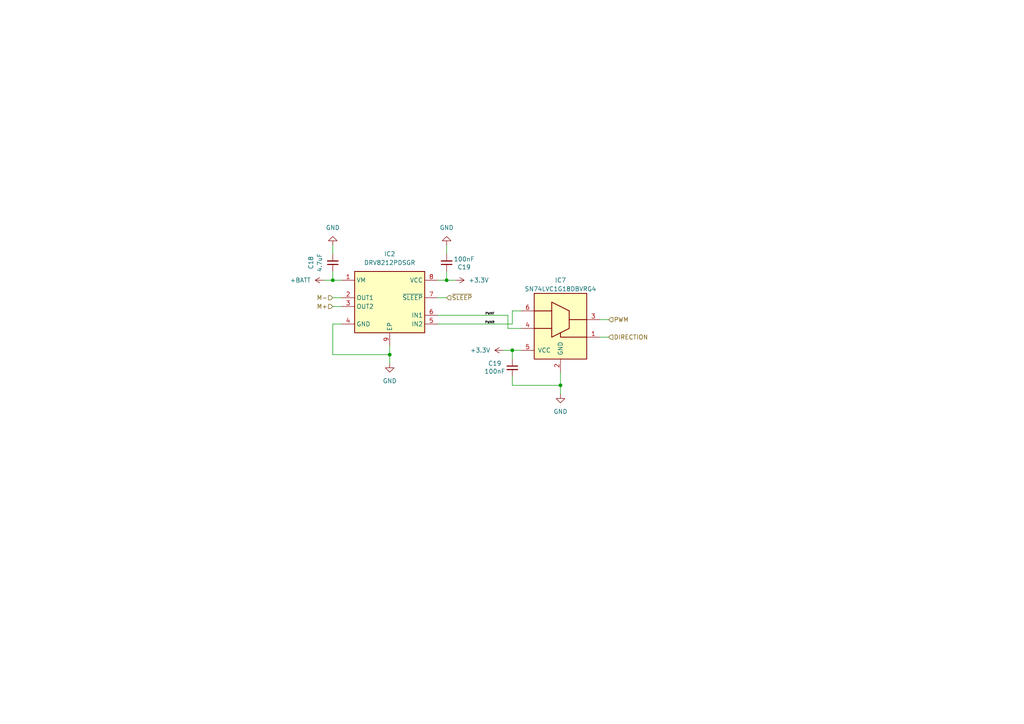
<source format=kicad_sch>
(kicad_sch (version 20231120) (generator "eeschema") (generator_version "8.0")
  (paper "A4")
  (lib_symbols
    (symbol "Device:C_Small" (pin_numbers hide) (pin_names (offset 0.254) hide)
      (property "Reference" "C" (at 0.254 1.778 0))
      (property "Value" "C_Small" (at 0.254 -2.032 0))
      (symbol "C_Small_0_1"
        (polyline (pts (xy -1.524 -0.508) (xy 1.524 -0.508)) (stroke (width 0.3302)))
        (polyline (pts (xy -1.524 0.508) (xy 1.524 0.508)) (stroke (width 0.3048)))
      )
      (symbol "C_Small_1_1"
        (pin passive line (at 0 2.54 270) (length 2.032) (name "~") (number "1"))
        (pin passive line (at 0 -2.54 90) (length 2.032) (name "~") (number "2"))
      )
    )
    (symbol "Samacsys_kicad_sym:DRV8212PDSGR"
      (property "Reference" "IC" (at -6.35 13.97 0))
      (property "Value" "DRV8212PDSGR" (at -6.35 11.43 0))
      (symbol "DRV8212PDSGR_1_1"
        (rectangle (start -10.16 8.89) (end 10.16 -8.89) (stroke (width 0.254)) (fill (type background)))
        (pin passive line (at -13.97 6.35 0) (length 3.81) (name "VM") (number "1"))
        (pin passive line (at -13.97 1.27 0) (length 3.81) (name "OUT1") (number "2"))
        (pin passive line (at -13.97 -1.27 0) (length 3.81) (name "OUT2") (number "3"))
        (pin passive line (at -13.97 -6.35 0) (length 3.81) (name "GND") (number "4"))
        (pin passive line (at 13.97 -6.35 180) (length 3.81) (name "IN2") (number "5"))
        (pin passive line (at 13.97 -3.81 180) (length 3.81) (name "IN1") (number "6"))
        (pin passive line (at 13.97 1.27 180) (length 3.81) (name "~{SLEEP}") (number "7"))
        (pin passive line (at 13.97 6.35 180) (length 3.81) (name "VCC") (number "8"))
        (pin passive line (at 0 -12.7 90) (length 3.81) (name "EP") (number "9"))
      )
    )
    (symbol "Samacsys_kicad_sym:SN74LVC1G18DBVRG4" (pin_names (offset 1.016))
      (property "Reference" "IC6" (at 0 11.43 0))
      (property "Value" "SN74LVC1G18DBVRG4" (at 0 8.89 0))
      (symbol "SN74LVC1G18DBVRG4_1_1"
        (rectangle (start -7.62 7.62) (end 7.62 -11.43) (stroke (width 0.254)) (fill (type background)))
        (polyline (pts (xy -7.62 0) (xy -2.54 0)) (stroke (width 0.254)))
        (polyline (pts (xy 2.54 -2.54) (xy 7.62 -2.54)) (stroke (width 0.254)))
        (polyline (pts (xy 2.54 2.54) (xy 7.62 2.54)) (stroke (width 0.254)))
        (polyline (pts (xy -7.62 -5.08) (xy 0 -5.08) (xy 0 -3.81)) (stroke (width 0.254)))
        (polyline (pts (xy -2.54 2.54) (xy -2.54 -2.54) (xy 2.54 -5.08) (xy 2.54 -1.27) (xy 2.54 0) (xy 2.54 1.27) (xy 2.54 5.08) (xy -2.54 2.54)) (stroke (width 0.254)) (fill (type background)))
        (pin passive line (at -11.43 -5.08 0) (length 3.81) (name "~") (number "1"))
        (pin passive line (at 0 -15.24 90) (length 3.81) (name "GND") (number "2"))
        (pin passive line (at -11.43 0 0) (length 3.81) (name "~") (number "3"))
        (pin passive line (at 11.43 -2.54 180) (length 3.81) (name "~") (number "4"))
        (pin passive line (at 11.43 -8.89 180) (length 3.81) (name "VCC") (number "5"))
        (pin passive line (at 11.43 2.54 180) (length 3.81) (name "~") (number "6"))
      )
    )
    (symbol "power:+3.3V" (power) (pin_names (offset 0))
      (property "Value" "+3.3V" (at 0 3.556 0))
      (symbol "+3.3V_0_1"
        (polyline (pts (xy -0.762 1.27) (xy 0 2.54)))
        (polyline (pts (xy 0 0) (xy 0 2.54)))
        (polyline (pts (xy 0 2.54) (xy 0.762 1.27)))
      )
      (symbol "+3.3V_1_1"
        (pin power_in line (at 0 0 90) (length 0) hide (name "+3.3V") (number "1"))
      )
    )
    (symbol "power:+BATT" (power) (pin_names (offset 0))
      (property "Value" "+BATT" (at 0 3.556 0))
      (symbol "+BATT_0_1"
        (polyline (pts (xy -0.762 1.27) (xy 0 2.54)))
        (polyline (pts (xy 0 0) (xy 0 2.54)))
        (polyline (pts (xy 0 2.54) (xy 0.762 1.27)))
      )
      (symbol "+BATT_1_1"
        (pin power_in line (at 0 0 90) (length 0) hide (name "+BATT") (number "1"))
      )
    )
    (symbol "power:GND" (power) (pin_names (offset 0))
      (property "Value" "GND" (at 0 -3.81 0))
      (symbol "GND_0_1"
        (polyline (pts (xy 0 0) (xy 0 -1.27) (xy 1.27 -1.27) (xy 0 -2.54) (xy -1.27 -1.27) (xy 0 -1.27)))
      )
      (symbol "GND_1_1"
        (pin power_in line (at 0 0 270) (length 0) hide (name "GND") (number "1"))
      )
    )
  )
  (junction (at 129.54 81.28))
  (junction (at 96.52 81.28))
  (junction (at 148.59 101.6))
  (junction (at 162.56 111.76))
  (junction (at 113.03 102.87))
  (wire (pts (xy 96.52 93.98) (xy 96.52 102.87)))
  (wire (pts (xy 99.06 93.98) (xy 96.52 93.98)))
  (wire (pts (xy 148.59 90.17) (xy 148.59 93.98)))
  (wire (pts (xy 96.52 102.87) (xy 113.03 102.87)))
  (wire (pts (xy 96.52 71.12) (xy 96.52 73.66)))
  (wire (pts (xy 151.13 90.17) (xy 148.59 90.17)))
  (wire (pts (xy 147.32 91.44) (xy 147.32 95.25)))
  (wire (pts (xy 96.52 78.74) (xy 96.52 81.28)))
  (wire (pts (xy 162.56 107.95) (xy 162.56 111.76)))
  (wire (pts (xy 148.59 111.76) (xy 148.59 109.22)))
  (wire (pts (xy 162.56 111.76) (xy 162.56 114.3)))
  (wire (pts (xy 93.98 81.28) (xy 96.52 81.28)))
  (wire (pts (xy 151.13 101.6) (xy 148.59 101.6)))
  (wire (pts (xy 129.54 81.28) (xy 132.08 81.28)))
  (wire (pts (xy 176.53 92.71) (xy 173.99 92.71)))
  (wire (pts (xy 127 93.98) (xy 148.59 93.98)))
  (wire (pts (xy 176.53 97.79) (xy 173.99 97.79)))
  (wire (pts (xy 96.52 81.28) (xy 99.06 81.28)))
  (wire (pts (xy 127 81.28) (xy 129.54 81.28)))
  (wire (pts (xy 148.59 101.6) (xy 148.59 104.14)))
  (wire (pts (xy 147.32 95.25) (xy 151.13 95.25)))
  (wire (pts (xy 162.56 111.76) (xy 148.59 111.76)))
  (wire (pts (xy 113.03 102.87) (xy 113.03 100.33)))
  (wire (pts (xy 127 86.36) (xy 129.54 86.36)))
  (wire (pts (xy 96.52 88.9) (xy 99.06 88.9)))
  (wire (pts (xy 127 91.44) (xy 147.32 91.44)))
  (wire (pts (xy 113.03 102.87) (xy 113.03 105.41)))
  (wire (pts (xy 96.52 86.36) (xy 99.06 86.36)))
  (wire (pts (xy 146.05 101.6) (xy 148.59 101.6)))
  (wire (pts (xy 129.54 78.74) (xy 129.54 81.28)))
  (wire (pts (xy 129.54 71.12) (xy 129.54 73.66)))
  (label "PWMR" (at 143.51 93.98 180) (effects (font (size 0.635 0.635))))
  (label "PWMF" (at 143.51 91.44 180) (effects (font (size 0.635 0.635))))
  (hierarchical_label "M-" (shape input) (at 96.52 86.36 180))
  (hierarchical_label "~{SLEEP}" (shape input) (at 129.54 86.36 0))
  (hierarchical_label "DIRECTION" (shape input) (at 176.53 97.79 0))
  (hierarchical_label "PWM" (shape input) (at 176.53 92.71 0))
  (hierarchical_label "M+" (shape input) (at 96.52 88.9 180))
  (symbol (lib_id "Samacsys_kicad_sym:DRV8212PDSGR") (at 113.03 87.63 0) (unit 1)
    (property "Reference" "IC2" (at 113.03 73.66 0))
    (property "Value" "DRV8212PDSGR" (at 113.03 76.2 0))
    (property "Footprint" "Samacsys:SON50P200X200X80-9N" (effects (hide yes)))
    (property "Datasheet" "https://www.ti.com/lit/ds/symlink/drv8212p.pdf?ts=1704584964658&ref_url=https%253A%252F%252Fwww.mouser.es%252F" (effects (hide yes)))
    (property "Height" "0.8" (effects (hide yes)))
    (property "Mouser Part Number" "595-DRV8212PDSGR" (effects (hide yes)))
    (property "Mouser Price/Stock" "https://www.mouser.co.uk/ProductDetail/Texas-Instruments/DRV8212PDSGR?qs=QNEnbhJQKvaacfB2XVypIQ%3D%3D" (effects (hide yes)))
    (property "Manufacturer_Name" "Texas Instruments" (effects (hide yes)))
    (property "Manufacturer_Part_Number" "DRV8212PDSGR" (effects (hide yes)))
    (property "Dodane do zamówienia" "1" (effects (hide yes)))
    (instances (project "SmSemProject" (path "" (reference "IC2") (unit 1)) (path "" (reference "IC3") (unit 1))))
  )
  (symbol (lib_id "Samacsys_kicad_sym:SN74LVC1G18DBVRG4") (at 162.56 92.71 0) (mirror y) (unit 1)
    (property "Reference" "IC6" (at 162.56 81.28 0))
    (property "Value" "SN74LVC1G18DBVRG4" (at 162.56 83.82 0))
    (property "Footprint" "Package_TO_SOT_SMD:SOT-23-6" (effects (hide yes)))
    (property "Datasheet" "https://www.ti.com/lit/ds/symlink/sn74lvc1g18.pdf?HQS=dis-dk-null-digikeymode-dsf-pf-null-wwe&ts=1629630993895&ref_url=https%253A%252F%252Fwww.ti.com%252Fgeneral%252Fdocs%252Fsuppproductinfo.tsp%253FdistId%253D10%2526gotoUrl%253Dhttps%253A%252F%252Fwww.ti" (effects (hide yes)))
    (property "Height" "1.45" (effects (hide yes)))
    (property "Mouser Part Number" "595-74LVC1G18DBVRG4" (effects (hide yes)))
    (property "Mouser Price/Stock" "https://www.mouser.co.uk/ProductDetail/Texas-Instruments/SN74LVC1G18DBVRG4?qs=glQR3cLZh26fua9a6PRgMw%3D%3D" (effects (hide yes)))
    (property "Manufacturer_Name" "Texas Instruments" (effects (hide yes)))
    (property "Manufacturer_Part_Number" "SN74LVC1G18DBVRG4" (effects (hide yes)))
    (property "Dodane do zamówienia" "1" (effects (hide yes)))
    (instances (project "SmSemProject" (path "" (reference "IC7") (unit 1)) (path "" (reference "IC6") (unit 1))))
  )
  (symbol (lib_id "power:GND") (at 113.03 105.41 0) (unit 1)
    (property "Reference" "#PWR019" (effects (hide yes)))
    (property "Value" "GND" (at 113.03 110.49 0))
    (instances (project "SmSemProject" (path "" (reference "#PWR019") (unit 1)) (path "" (reference "#PWR024") (unit 1)) (path "" (reference "#PWR027") (unit 1))))
  )
  (symbol (lib_id "power:GND") (at 96.52 71.12 180) (unit 1)
    (property "Reference" "#PWR019" (effects (hide yes)))
    (property "Value" "GND" (at 96.52 66.04 0))
    (instances (project "SmSemProject" (path "" (reference "#PWR019") (unit 1)) (path "" (reference "#PWR015") (unit 1)) (path "" (reference "#PWR026") (unit 1))))
  )
  (symbol (lib_id "power:+3.3V") (at 146.05 101.6 90) (unit 1)
    (property "Reference" "#PWR06" (effects (hide yes)))
    (property "Value" "+3.3V" (at 142.24 101.6 90) (effects (justify left)))
    (instances (project "SmSemProject" (path "" (reference "#PWR017") (unit 1)) (path "" (reference "#PWR060") (unit 1)) (path "" (reference "#PWR059") (unit 1)) (path "" (reference "#PWR06") (unit 1))))
  )
  (symbol (lib_id "Device:C_Small") (at 148.59 106.68 0) (mirror y) (unit 1)
    (property "Reference" "C19" (at 143.51 105.41 0))
    (property "Value" "100nF" (at 143.51 107.7214 0))
    (property "Footprint" "Capacitor_SMD:C_0603_1608Metric" (effects (hide yes)))
    (property "Manufacturer_Name" "--" (effects (hide yes)))
    (property "Manufacturer_Part_Number" "--" (effects (hide yes)))
    (property "Dodane do zamówienia" "20" (effects (hide yes)))
    (property "Mouser Part Number" "963-EMK107B7104MA-T" (effects (hide yes)))
    (property "Mouser Price/Stock" "https://www.mouser.pl/ProductDetail/TAIYO-YUDEN/EMK107B7104MA-T?qs=I6KAKw0tg2yoDM4kgVF98Q%3D%3D" (effects (hide yes)))
    (instances (project "SmSemProject" (path "" (reference "C19") (unit 1)) (path "" (reference "C31") (unit 1)) (path "" (reference "C30") (unit 1))) (project "PUTM_EV_BMS_HV_Master_2021" (path "" (reference "C19") (unit 1))))
  )
  (symbol (lib_id "Device:C_Small") (at 129.54 76.2 0) (mirror x) (unit 1)
    (property "Reference" "C19" (at 134.62 77.47 0))
    (property "Value" "100nF" (at 134.62 75.1586 0))
    (property "Footprint" "Capacitor_SMD:C_0603_1608Metric" (effects (hide yes)))
    (property "Manufacturer_Name" "--" (effects (hide yes)))
    (property "Manufacturer_Part_Number" "--" (effects (hide yes)))
    (property "Dodane do zamówienia" "20" (effects (hide yes)))
    (property "Mouser Part Number" "963-EMK107B7104MA-T" (effects (hide yes)))
    (property "Mouser Price/Stock" "https://www.mouser.pl/ProductDetail/TAIYO-YUDEN/EMK107B7104MA-T?qs=I6KAKw0tg2yoDM4kgVF98Q%3D%3D" (effects (hide yes)))
    (instances (project "SmSemProject" (path "" (reference "C19") (unit 1)) (path "" (reference "C19") (unit 1)) (path "" (reference "C25") (unit 1))) (project "PUTM_EV_BMS_HV_Master_2021" (path "" (reference "C19") (unit 1))))
  )
  (symbol (lib_id "Device:C_Small") (at 96.52 76.2 180) (unit 1)
    (property "Reference" "C14" (at 90.17 76.2 90))
    (property "Value" "4.7uF" (at 92.71 76.2 90))
    (property "Footprint" "Capacitor_SMD:C_0603_1608Metric" (effects (hide yes)))
    (property "Manufacturer_Name" "--" (effects (hide yes)))
    (property "Manufacturer_Part_Number" "--" (effects (hide yes)))
    (property "Dodane do zamówienia" "10" (effects (hide yes)))
    (property "Mouser Part Number" "187-CL10A475KO8NNNC" (effects (hide yes)))
    (property "Mouser Price/Stock" "https://www.mouser.pl/ProductDetail/Samsung-Electro-Mechanics/CL10A475KO8NNNC?qs=X6jEic%2FHinAbIjmLnFfqqQ%3D%3D" (effects (hide yes)))
    (instances (project "SmSemProject" (path "" (reference "C18") (unit 1)) (path "" (reference "C24") (unit 1)) (path "" (reference "C14") (unit 1))) (project "PUTM_EV_BMS_HV_Master_2021" (path "" (reference "C43") (unit 1))))
  )
  (symbol (lib_id "power:+BATT") (at 93.98 81.28 90) (unit 1)
    (property "Reference" "#PWR01" (effects (hide yes)))
    (property "Value" "+BATT" (at 90.17 81.28 90) (effects (justify left)))
    (instances (project "SmSemProject" (path "" (reference "#PWR01") (unit 1)) (path "" (reference "#PWR016") (unit 1)) (path "" (reference "#PWR025") (unit 1))))
  )
  (symbol (lib_id "power:GND") (at 129.54 71.12 180) (unit 1)
    (property "Reference" "#PWR019" (effects (hide yes)))
    (property "Value" "GND" (at 129.54 66.04 0))
    (instances (project "SmSemProject" (path "" (reference "#PWR019") (unit 1)) (path "" (reference "#PWR018") (unit 1)) (path "" (reference "#PWR028") (unit 1))))
  )
  (symbol (lib_id "power:+3.3V") (at 132.08 81.28 270) (unit 1)
    (property "Reference" "#PWR06" (effects (hide yes)))
    (property "Value" "+3.3V" (at 135.89 81.28 90) (effects (justify left)))
    (instances (project "SmSemProject" (path "" (reference "#PWR017") (unit 1)) (path "" (reference "#PWR017") (unit 1)) (path "" (reference "#PWR029") (unit 1)) (path "" (reference "#PWR06") (unit 1))))
  )
  (symbol (lib_id "power:GND") (at 162.56 114.3 0) (unit 1)
    (property "Reference" "#PWR019" (effects (hide yes)))
    (property "Value" "GND" (at 162.56 119.38 0))
    (instances (project "SmSemProject" (path "" (reference "#PWR019") (unit 1)) (path "" (reference "#PWR057") (unit 1)) (path "" (reference "#PWR056") (unit 1))))
  )
)
</source>
